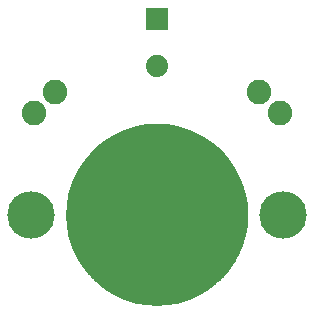
<source format=gts>
G75*
%MOIN*%
%OFA0B0*%
%FSLAX24Y24*%
%IPPOS*%
%LPD*%
%AMOC8*
5,1,8,0,0,1.08239X$1,22.5*
%
%ADD10C,0.0820*%
%ADD11R,0.0740X0.0740*%
%ADD12C,0.0740*%
%ADD13C,0.1580*%
%ADD14C,0.4080*%
%ADD15C,0.0050*%
D10*
X001585Y007546D03*
X002292Y008254D03*
X009085Y008254D03*
X009792Y007546D03*
D11*
X005688Y010687D03*
D12*
X005688Y009113D03*
D13*
X001488Y004150D03*
X009888Y004150D03*
D14*
X005688Y004150D03*
D15*
X002986Y002848D02*
X003148Y002554D01*
X003343Y002280D01*
X003567Y002029D01*
X003818Y001805D01*
X004092Y001610D01*
X004387Y001447D01*
X004698Y001318D01*
X005021Y001225D01*
X005353Y001169D01*
X005688Y001150D01*
X006024Y001169D01*
X006356Y001225D01*
X006679Y001318D01*
X006990Y001447D01*
X007285Y001610D01*
X007559Y001805D01*
X007810Y002029D01*
X008034Y002280D01*
X008229Y002554D01*
X008391Y002848D01*
X008520Y003159D01*
X008613Y003482D01*
X008670Y003814D01*
X008688Y004150D01*
X008670Y004486D01*
X008613Y004818D01*
X008520Y005141D01*
X008391Y005452D01*
X008229Y005746D01*
X008034Y006020D01*
X007810Y006271D01*
X007559Y006495D01*
X007285Y006690D01*
X006990Y006853D01*
X006679Y006982D01*
X006356Y007075D01*
X006024Y007131D01*
X005688Y007150D01*
X005353Y007131D01*
X005021Y007075D01*
X004698Y006982D01*
X004387Y006853D01*
X004092Y006690D01*
X003818Y006495D01*
X003567Y006271D01*
X003343Y006020D01*
X003148Y005746D01*
X002986Y005452D01*
X002857Y005141D01*
X002764Y004818D01*
X002707Y004486D01*
X002688Y004150D01*
X002707Y003814D01*
X002764Y003482D01*
X002857Y003159D01*
X002986Y002848D01*
X002978Y002866D02*
X008399Y002866D01*
X008419Y002915D02*
X002958Y002915D01*
X002938Y002963D02*
X008439Y002963D01*
X008459Y003012D02*
X002918Y003012D01*
X002898Y003060D02*
X008479Y003060D01*
X008499Y003109D02*
X002878Y003109D01*
X002858Y003157D02*
X008519Y003157D01*
X008533Y003206D02*
X002843Y003206D01*
X002830Y003254D02*
X008547Y003254D01*
X008561Y003303D02*
X002816Y003303D01*
X002802Y003351D02*
X008575Y003351D01*
X008589Y003400D02*
X002788Y003400D01*
X002774Y003448D02*
X008603Y003448D01*
X008616Y003497D02*
X002761Y003497D01*
X002753Y003545D02*
X008624Y003545D01*
X008632Y003594D02*
X002745Y003594D01*
X002737Y003642D02*
X008640Y003642D01*
X008649Y003691D02*
X002728Y003691D01*
X002720Y003739D02*
X008657Y003739D01*
X008665Y003788D02*
X002712Y003788D01*
X002706Y003836D02*
X008671Y003836D01*
X008674Y003885D02*
X002703Y003885D01*
X002701Y003933D02*
X008676Y003933D01*
X008679Y003982D02*
X002698Y003982D01*
X002695Y004030D02*
X008682Y004030D01*
X008684Y004079D02*
X002692Y004079D01*
X002690Y004127D02*
X008687Y004127D01*
X008687Y004176D02*
X002690Y004176D01*
X002693Y004224D02*
X008684Y004224D01*
X008682Y004273D02*
X002695Y004273D01*
X002698Y004321D02*
X008679Y004321D01*
X008676Y004370D02*
X002701Y004370D01*
X002704Y004418D02*
X008673Y004418D01*
X008671Y004467D02*
X002706Y004467D01*
X002712Y004515D02*
X008665Y004515D01*
X008656Y004564D02*
X002721Y004564D01*
X002729Y004612D02*
X008648Y004612D01*
X008640Y004661D02*
X002737Y004661D01*
X002745Y004709D02*
X008632Y004709D01*
X008623Y004758D02*
X002753Y004758D01*
X002762Y004806D02*
X008615Y004806D01*
X008603Y004855D02*
X002774Y004855D01*
X002788Y004903D02*
X008589Y004903D01*
X008575Y004952D02*
X002802Y004952D01*
X002816Y005000D02*
X008561Y005000D01*
X008547Y005049D02*
X002830Y005049D01*
X002844Y005097D02*
X008533Y005097D01*
X008518Y005146D02*
X002859Y005146D01*
X002879Y005194D02*
X008498Y005194D01*
X008478Y005243D02*
X002899Y005243D01*
X002919Y005291D02*
X008458Y005291D01*
X008438Y005340D02*
X002939Y005340D01*
X002959Y005388D02*
X008418Y005388D01*
X008398Y005437D02*
X002979Y005437D01*
X003004Y005485D02*
X008373Y005485D01*
X008346Y005534D02*
X003031Y005534D01*
X003058Y005582D02*
X008319Y005582D01*
X008293Y005631D02*
X003084Y005631D01*
X003111Y005679D02*
X008266Y005679D01*
X008239Y005728D02*
X003138Y005728D01*
X003170Y005776D02*
X008207Y005776D01*
X008173Y005825D02*
X003204Y005825D01*
X003238Y005873D02*
X008139Y005873D01*
X008104Y005922D02*
X003273Y005922D01*
X003307Y005970D02*
X008070Y005970D01*
X008035Y006019D02*
X003342Y006019D01*
X003385Y006067D02*
X007992Y006067D01*
X007949Y006116D02*
X003428Y006116D01*
X003471Y006164D02*
X007906Y006164D01*
X007862Y006213D02*
X003515Y006213D01*
X003558Y006261D02*
X007819Y006261D01*
X007767Y006310D02*
X003610Y006310D01*
X003664Y006358D02*
X007713Y006358D01*
X007658Y006407D02*
X003718Y006407D01*
X003773Y006455D02*
X007604Y006455D01*
X007548Y006504D02*
X003829Y006504D01*
X003898Y006552D02*
X007479Y006552D01*
X007411Y006601D02*
X003966Y006601D01*
X004034Y006649D02*
X007343Y006649D01*
X007271Y006698D02*
X004106Y006698D01*
X004193Y006746D02*
X007184Y006746D01*
X007096Y006795D02*
X004281Y006795D01*
X004369Y006843D02*
X007008Y006843D01*
X006897Y006892D02*
X004480Y006892D01*
X004597Y006940D02*
X006780Y006940D01*
X006655Y006989D02*
X004722Y006989D01*
X004890Y007037D02*
X006487Y007037D01*
X006293Y007086D02*
X005084Y007086D01*
X005404Y007134D02*
X005973Y007134D01*
X008374Y002818D02*
X003003Y002818D01*
X003029Y002769D02*
X008348Y002769D01*
X008321Y002721D02*
X003056Y002721D01*
X003083Y002672D02*
X008294Y002672D01*
X008267Y002624D02*
X003110Y002624D01*
X003137Y002575D02*
X008240Y002575D01*
X008209Y002527D02*
X003168Y002527D01*
X003202Y002478D02*
X008175Y002478D01*
X008140Y002430D02*
X003237Y002430D01*
X003271Y002381D02*
X008106Y002381D01*
X008072Y002333D02*
X003305Y002333D01*
X003340Y002284D02*
X008037Y002284D01*
X007995Y002236D02*
X003382Y002236D01*
X003426Y002187D02*
X007951Y002187D01*
X007908Y002139D02*
X003469Y002139D01*
X003512Y002090D02*
X007865Y002090D01*
X007821Y002042D02*
X003556Y002042D01*
X003607Y001993D02*
X007770Y001993D01*
X007716Y001945D02*
X003661Y001945D01*
X003716Y001896D02*
X007661Y001896D01*
X007607Y001848D02*
X003770Y001848D01*
X003826Y001799D02*
X007551Y001799D01*
X007483Y001751D02*
X003894Y001751D01*
X003962Y001702D02*
X007414Y001702D01*
X007346Y001654D02*
X004031Y001654D01*
X004101Y001605D02*
X007276Y001605D01*
X007188Y001557D02*
X004189Y001557D01*
X004277Y001508D02*
X007100Y001508D01*
X007013Y001460D02*
X004364Y001460D01*
X004474Y001411D02*
X006903Y001411D01*
X006786Y001363D02*
X004591Y001363D01*
X004713Y001314D02*
X006664Y001314D01*
X006496Y001266D02*
X004881Y001266D01*
X005069Y001217D02*
X006308Y001217D01*
X006018Y001169D02*
X005359Y001169D01*
M02*

</source>
